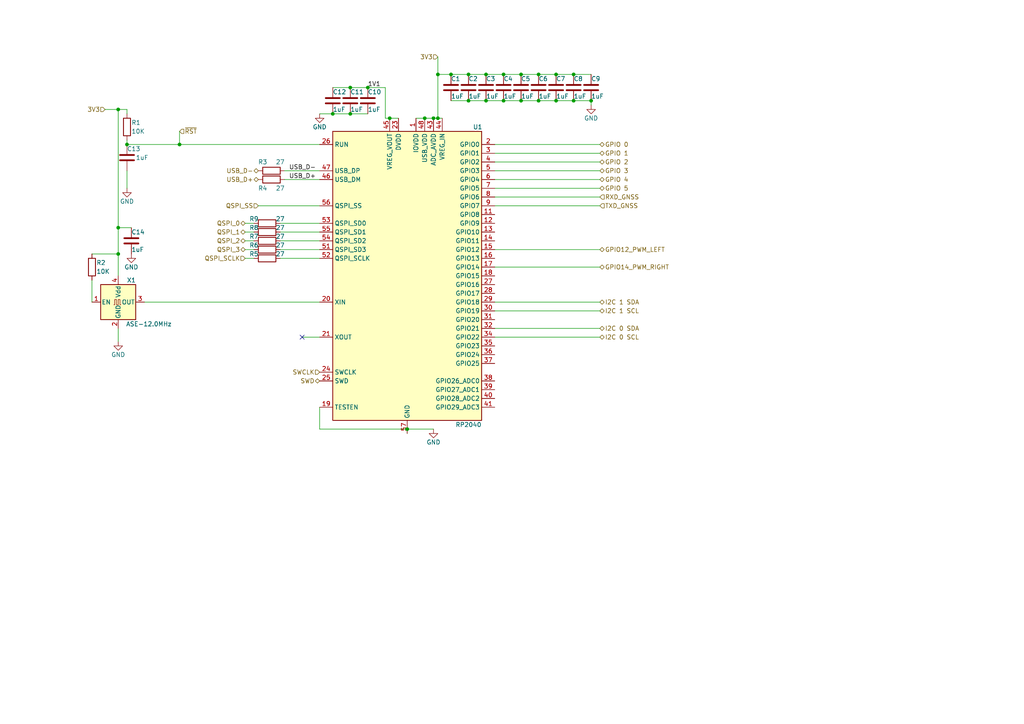
<source format=kicad_sch>
(kicad_sch (version 20230121) (generator eeschema)
  (paper "A4")
  (lib_symbols
    (symbol "Device:C" (pin_numbers hide) (pin_names (offset 0.254))
      (property "Reference" "C" (at 0.635 2.54 0))
      (property "Value" "C" (at 0.635 -2.54 0))
      (symbol "C_0_1"
        (polyline (pts (xy -2.032 -0.762) (xy 2.032 -0.762)) (stroke (width 0.508)))
        (polyline (pts (xy -2.032 0.762) (xy 2.032 0.762)) (stroke (width 0.508)))
      )
      (symbol "C_1_1"
        (pin passive line (at 0 3.81 270) (length 2.794) (name "~") (number "1"))
        (pin passive line (at 0 -3.81 90) (length 2.794) (name "~") (number "2"))
      )
    )
    (symbol "Device:R" (pin_numbers hide) (pin_names (offset 0))
      (property "Reference" "R" (at 2.032 0 90))
      (property "Value" "R" (at 0 0 90))
      (symbol "R_0_1"
        (rectangle (start -1.016 -2.54) (end 1.016 2.54) (stroke (width 0.254)))
      )
      (symbol "R_1_1"
        (pin passive line (at 0 3.81 270) (length 1.27) (name "~") (number "1"))
        (pin passive line (at 0 -3.81 90) (length 1.27) (name "~") (number "2"))
      )
    )
    (symbol "MCU_RaspberryPi:RP2040"
      (property "Reference" "U" (at 17.78 45.72 0))
      (property "Value" "RP2040" (at 17.78 43.18 0))
      (symbol "RP2040_0_1"
        (rectangle (start -21.59 41.91) (end 21.59 -41.91) (stroke (width 0.254)) (fill (type background)))
      )
      (symbol "RP2040_1_1"
        (pin power_in line (at 2.54 45.72 270) (length 3.81) (name "IOVDD") (number "1"))
        (pin passive line (at 2.54 45.72 270) (length 3.81) hide (name "IOVDD") (number "10"))
        (pin bidirectional line (at 25.4 17.78 180) (length 3.81) (name "GPIO8") (number "11"))
        (pin bidirectional line (at 25.4 15.24 180) (length 3.81) (name "GPIO9") (number "12"))
        (pin bidirectional line (at 25.4 12.7 180) (length 3.81) (name "GPIO10") (number "13"))
        (pin bidirectional line (at 25.4 10.16 180) (length 3.81) (name "GPIO11") (number "14"))
        (pin bidirectional line (at 25.4 7.62 180) (length 3.81) (name "GPIO12") (number "15"))
        (pin bidirectional line (at 25.4 5.08 180) (length 3.81) (name "GPIO13") (number "16"))
        (pin bidirectional line (at 25.4 2.54 180) (length 3.81) (name "GPIO14") (number "17"))
        (pin bidirectional line (at 25.4 0 180) (length 3.81) (name "GPIO15") (number "18"))
        (pin input line (at -25.4 -38.1 0) (length 3.81) (name "TESTEN") (number "19"))
        (pin bidirectional line (at 25.4 38.1 180) (length 3.81) (name "GPIO0") (number "2"))
        (pin input line (at -25.4 -7.62 0) (length 3.81) (name "XIN") (number "20"))
        (pin passive line (at -25.4 -17.78 0) (length 3.81) (name "XOUT") (number "21"))
        (pin passive line (at 2.54 45.72 270) (length 3.81) hide (name "IOVDD") (number "22"))
        (pin power_in line (at -2.54 45.72 270) (length 3.81) (name "DVDD") (number "23"))
        (pin input line (at -25.4 -27.94 0) (length 3.81) (name "SWCLK") (number "24"))
        (pin bidirectional line (at -25.4 -30.48 0) (length 3.81) (name "SWD") (number "25"))
        (pin input line (at -25.4 38.1 0) (length 3.81) (name "RUN") (number "26"))
        (pin bidirectional line (at 25.4 -2.54 180) (length 3.81) (name "GPIO16") (number "27"))
        (pin bidirectional line (at 25.4 -5.08 180) (length 3.81) (name "GPIO17") (number "28"))
        (pin bidirectional line (at 25.4 -7.62 180) (length 3.81) (name "GPIO18") (number "29"))
        (pin bidirectional line (at 25.4 35.56 180) (length 3.81) (name "GPIO1") (number "3"))
        (pin bidirectional line (at 25.4 -10.16 180) (length 3.81) (name "GPIO19") (number "30"))
        (pin bidirectional line (at 25.4 -12.7 180) (length 3.81) (name "GPIO20") (number "31"))
        (pin bidirectional line (at 25.4 -15.24 180) (length 3.81) (name "GPIO21") (number "32"))
        (pin passive line (at 2.54 45.72 270) (length 3.81) hide (name "IOVDD") (number "33"))
        (pin bidirectional line (at 25.4 -17.78 180) (length 3.81) (name "GPIO22") (number "34"))
        (pin bidirectional line (at 25.4 -20.32 180) (length 3.81) (name "GPIO23") (number "35"))
        (pin bidirectional line (at 25.4 -22.86 180) (length 3.81) (name "GPIO24") (number "36"))
        (pin bidirectional line (at 25.4 -25.4 180) (length 3.81) (name "GPIO25") (number "37"))
        (pin bidirectional line (at 25.4 -30.48 180) (length 3.81) (name "GPIO26_ADC0") (number "38"))
        (pin bidirectional line (at 25.4 -33.02 180) (length 3.81) (name "GPIO27_ADC1") (number "39"))
        (pin bidirectional line (at 25.4 33.02 180) (length 3.81) (name "GPIO2") (number "4"))
        (pin bidirectional line (at 25.4 -35.56 180) (length 3.81) (name "GPIO28_ADC2") (number "40"))
        (pin bidirectional line (at 25.4 -38.1 180) (length 3.81) (name "GPIO29_ADC3") (number "41"))
        (pin passive line (at 2.54 45.72 270) (length 3.81) hide (name "IOVDD") (number "42"))
        (pin power_in line (at 7.62 45.72 270) (length 3.81) (name "ADC_AVDD") (number "43"))
        (pin power_in line (at 10.16 45.72 270) (length 3.81) (name "VREG_IN") (number "44"))
        (pin power_out line (at -5.08 45.72 270) (length 3.81) (name "VREG_VOUT") (number "45"))
        (pin bidirectional line (at -25.4 27.94 0) (length 3.81) (name "USB_DM") (number "46"))
        (pin bidirectional line (at -25.4 30.48 0) (length 3.81) (name "USB_DP") (number "47"))
        (pin power_in line (at 5.08 45.72 270) (length 3.81) (name "USB_VDD") (number "48"))
        (pin passive line (at 2.54 45.72 270) (length 3.81) hide (name "IOVDD") (number "49"))
        (pin bidirectional line (at 25.4 30.48 180) (length 3.81) (name "GPIO3") (number "5"))
        (pin passive line (at -2.54 45.72 270) (length 3.81) hide (name "DVDD") (number "50"))
        (pin bidirectional line (at -25.4 7.62 0) (length 3.81) (name "QSPI_SD3") (number "51"))
        (pin output line (at -25.4 5.08 0) (length 3.81) (name "QSPI_SCLK") (number "52"))
        (pin bidirectional line (at -25.4 15.24 0) (length 3.81) (name "QSPI_SD0") (number "53"))
        (pin bidirectional line (at -25.4 10.16 0) (length 3.81) (name "QSPI_SD2") (number "54"))
        (pin bidirectional line (at -25.4 12.7 0) (length 3.81) (name "QSPI_SD1") (number "55"))
        (pin bidirectional line (at -25.4 20.32 0) (length 3.81) (name "QSPI_SS") (number "56"))
        (pin power_in line (at 0 -45.72 90) (length 3.81) (name "GND") (number "57"))
        (pin bidirectional line (at 25.4 27.94 180) (length 3.81) (name "GPIO4") (number "6"))
        (pin bidirectional line (at 25.4 25.4 180) (length 3.81) (name "GPIO5") (number "7"))
        (pin bidirectional line (at 25.4 22.86 180) (length 3.81) (name "GPIO6") (number "8"))
        (pin bidirectional line (at 25.4 20.32 180) (length 3.81) (name "GPIO7") (number "9"))
      )
    )
    (symbol "Oscillator:ASE-xxxMHz" (pin_names (offset 0.254))
      (property "Reference" "X" (at -5.08 6.35 0))
      (property "Value" "ASE-xxxMHz" (at 1.27 -6.35 0))
      (symbol "ASE-xxxMHz_0_1"
        (rectangle (start -5.08 5.08) (end 5.08 -5.08) (stroke (width 0.254)) (fill (type background)))
        (polyline (pts (xy -1.27 -0.762) (xy -1.016 -0.762) (xy -1.016 0.762) (xy -0.508 0.762) (xy -0.508 -0.762) (xy 0 -0.762) (xy 0 0.762) (xy 0.508 0.762) (xy 0.508 -0.762) (xy 0.762 -0.762)))
      )
      (symbol "ASE-xxxMHz_1_1"
        (pin input line (at -7.62 0 0) (length 2.54) (name "EN") (number "1"))
        (pin power_in line (at 0 -7.62 90) (length 2.54) (name "GND") (number "2"))
        (pin output line (at 7.62 0 180) (length 2.54) (name "OUT") (number "3"))
        (pin power_in line (at 0 7.62 270) (length 2.54) (name "Vdd") (number "4"))
      )
    )
    (symbol "power:GND" (power) (pin_names (offset 0))
      (property "Value" "GND" (at 0 -3.81 0))
      (symbol "GND_0_1"
        (polyline (pts (xy 0 0) (xy 0 -1.27) (xy 1.27 -1.27) (xy 0 -2.54) (xy -1.27 -1.27) (xy 0 -1.27)))
      )
      (symbol "GND_1_1"
        (pin power_in line (at 0 0 270) (length 0) hide (name "GND") (number "1"))
      )
    )
  )
  (junction (at 161.29 21.59))
  (junction (at 151.13 29.21))
  (junction (at 125.73 34.29))
  (junction (at 34.29 73.66))
  (junction (at 96.52 33.02))
  (junction (at 34.29 31.75))
  (junction (at 101.6 33.02))
  (junction (at 113.03 34.29))
  (junction (at 106.68 25.4))
  (junction (at 118.11 124.46))
  (junction (at 36.83 41.91))
  (junction (at 171.45 29.21))
  (junction (at 140.97 21.59))
  (junction (at 127 21.59))
  (junction (at 156.21 21.59))
  (junction (at 127 34.29))
  (junction (at 156.21 29.21))
  (junction (at 135.89 21.59))
  (junction (at 34.29 66.04))
  (junction (at 166.37 29.21))
  (junction (at 135.89 29.21))
  (junction (at 130.81 21.59))
  (junction (at 146.05 21.59))
  (junction (at 146.05 29.21))
  (junction (at 52.07 41.91))
  (junction (at 101.6 25.4))
  (junction (at 161.29 29.21))
  (junction (at 166.37 21.59))
  (junction (at 140.97 29.21))
  (junction (at 123.19 34.29))
  (junction (at 151.13 21.59))
  (no_connect (at 87.63 97.79))
  (wire (pts (xy 130.81 21.59) (xy 135.89 21.59)))
  (wire (pts (xy 36.83 31.75) (xy 36.83 33.02)))
  (wire (pts (xy 166.37 29.21) (xy 171.45 29.21)))
  (wire (pts (xy 161.29 21.59) (xy 166.37 21.59)))
  (wire (pts (xy 111.76 34.29) (xy 113.03 34.29)))
  (wire (pts (xy 71.12 74.93) (xy 73.66 74.93)))
  (wire (pts (xy 34.29 66.04) (xy 34.29 73.66)))
  (wire (pts (xy 82.55 52.07) (xy 92.71 52.07)))
  (wire (pts (xy 52.07 41.91) (xy 92.71 41.91)))
  (wire (pts (xy 143.51 72.39) (xy 173.99 72.39)))
  (wire (pts (xy 111.76 25.4) (xy 106.68 25.4)))
  (wire (pts (xy 30.48 31.75) (xy 34.29 31.75)))
  (wire (pts (xy 81.28 64.77) (xy 92.71 64.77)))
  (wire (pts (xy 34.29 31.75) (xy 36.83 31.75)))
  (wire (pts (xy 156.21 21.59) (xy 161.29 21.59)))
  (wire (pts (xy 81.28 67.31) (xy 92.71 67.31)))
  (wire (pts (xy 143.51 52.07) (xy 173.99 52.07)))
  (wire (pts (xy 156.21 29.21) (xy 161.29 29.21)))
  (wire (pts (xy 127 34.29) (xy 128.27 34.29)))
  (wire (pts (xy 135.89 29.21) (xy 140.97 29.21)))
  (wire (pts (xy 140.97 21.59) (xy 146.05 21.59)))
  (wire (pts (xy 34.29 66.04) (xy 38.1 66.04)))
  (wire (pts (xy 82.55 49.53) (xy 92.71 49.53)))
  (wire (pts (xy 118.11 124.46) (xy 118.11 125.73)))
  (wire (pts (xy 151.13 29.21) (xy 156.21 29.21)))
  (wire (pts (xy 71.12 67.31) (xy 73.66 67.31)))
  (wire (pts (xy 127 21.59) (xy 127 34.29)))
  (wire (pts (xy 143.51 97.79) (xy 173.99 97.79)))
  (wire (pts (xy 143.51 46.99) (xy 173.99 46.99)))
  (wire (pts (xy 143.51 77.47) (xy 173.99 77.47)))
  (wire (pts (xy 71.12 64.77) (xy 73.66 64.77)))
  (wire (pts (xy 140.97 29.21) (xy 146.05 29.21)))
  (wire (pts (xy 151.13 21.59) (xy 156.21 21.59)))
  (wire (pts (xy 135.89 21.59) (xy 140.97 21.59)))
  (wire (pts (xy 36.83 54.61) (xy 36.83 49.53)))
  (wire (pts (xy 130.81 29.21) (xy 135.89 29.21)))
  (wire (pts (xy 92.71 118.11) (xy 92.71 124.46)))
  (wire (pts (xy 127 21.59) (xy 130.81 21.59)))
  (wire (pts (xy 166.37 21.59) (xy 171.45 21.59)))
  (wire (pts (xy 146.05 21.59) (xy 151.13 21.59)))
  (wire (pts (xy 143.51 57.15) (xy 173.99 57.15)))
  (wire (pts (xy 125.73 124.46) (xy 118.11 124.46)))
  (wire (pts (xy 26.67 73.66) (xy 34.29 73.66)))
  (wire (pts (xy 81.28 72.39) (xy 92.71 72.39)))
  (wire (pts (xy 143.51 41.91) (xy 173.99 41.91)))
  (wire (pts (xy 41.91 87.63) (xy 92.71 87.63)))
  (wire (pts (xy 101.6 33.02) (xy 106.68 33.02)))
  (wire (pts (xy 36.83 40.64) (xy 36.83 41.91)))
  (wire (pts (xy 101.6 25.4) (xy 106.68 25.4)))
  (wire (pts (xy 71.12 69.85) (xy 73.66 69.85)))
  (wire (pts (xy 74.93 59.69) (xy 92.71 59.69)))
  (wire (pts (xy 96.52 33.02) (xy 101.6 33.02)))
  (wire (pts (xy 143.51 90.17) (xy 173.99 90.17)))
  (wire (pts (xy 120.65 34.29) (xy 123.19 34.29)))
  (wire (pts (xy 26.67 81.28) (xy 26.67 87.63)))
  (wire (pts (xy 71.12 72.39) (xy 73.66 72.39)))
  (wire (pts (xy 92.71 124.46) (xy 118.11 124.46)))
  (wire (pts (xy 127 16.51) (xy 127 21.59)))
  (wire (pts (xy 52.07 38.1) (xy 52.07 41.91)))
  (wire (pts (xy 143.51 49.53) (xy 173.99 49.53)))
  (wire (pts (xy 143.51 59.69) (xy 173.99 59.69)))
  (wire (pts (xy 171.45 30.48) (xy 171.45 29.21)))
  (wire (pts (xy 143.51 54.61) (xy 173.99 54.61)))
  (wire (pts (xy 143.51 44.45) (xy 173.99 44.45)))
  (wire (pts (xy 34.29 73.66) (xy 34.29 80.01)))
  (wire (pts (xy 143.51 87.63) (xy 173.99 87.63)))
  (wire (pts (xy 92.71 33.02) (xy 96.52 33.02)))
  (wire (pts (xy 34.29 31.75) (xy 34.29 66.04)))
  (wire (pts (xy 81.28 69.85) (xy 92.71 69.85)))
  (wire (pts (xy 146.05 29.21) (xy 151.13 29.21)))
  (wire (pts (xy 96.52 25.4) (xy 101.6 25.4)))
  (wire (pts (xy 111.76 25.4) (xy 111.76 34.29)))
  (wire (pts (xy 125.73 34.29) (xy 127 34.29)))
  (wire (pts (xy 34.29 95.25) (xy 34.29 99.06)))
  (wire (pts (xy 36.83 41.91) (xy 52.07 41.91)))
  (wire (pts (xy 113.03 34.29) (xy 115.57 34.29)))
  (wire (pts (xy 87.63 97.79) (xy 92.71 97.79)))
  (wire (pts (xy 81.28 74.93) (xy 92.71 74.93)))
  (wire (pts (xy 143.51 95.25) (xy 173.99 95.25)))
  (wire (pts (xy 123.19 34.29) (xy 125.73 34.29)))
  (wire (pts (xy 161.29 29.21) (xy 166.37 29.21)))
  (label "USB_D+" (at 83.82 52.07 0))
  (label "USB_D-" (at 83.82 49.53 0))
  (label "1V1" (at 106.68 25.4 0))
  (hierarchical_label "TXD_GNSS" (shape input) (at 173.99 59.69 0))
  (hierarchical_label "I2C 1 SDA" (shape bidirectional) (at 173.99 87.63 0))
  (hierarchical_label "GPIO14_PWM_RIGHT" (shape bidirectional) (at 173.99 77.47 0))
  (hierarchical_label "GPIO 5" (shape bidirectional) (at 173.99 54.61 0))
  (hierarchical_label "3V3" (shape input) (at 127 16.51 180))
  (hierarchical_label "GPIO12_PWM_LEFT" (shape bidirectional) (at 173.99 72.39 0))
  (hierarchical_label "GPIO 4" (shape bidirectional) (at 173.99 52.07 0))
  (hierarchical_label "USB_D-" (shape bidirectional) (at 74.93 49.53 180))
  (hierarchical_label "GPIO 2" (shape bidirectional) (at 173.99 46.99 0))
  (hierarchical_label "GPIO 0" (shape bidirectional) (at 173.99 41.91 0))
  (hierarchical_label "QSPI_2" (shape bidirectional) (at 71.12 69.85 180))
  (hierarchical_label "3V3" (shape input) (at 30.48 31.75 180))
  (hierarchical_label "USB_D+" (shape bidirectional) (at 74.93 52.07 180))
  (hierarchical_label "~{RST}" (shape input) (at 52.07 38.1 0))
  (hierarchical_label "I2C 0 SDA" (shape bidirectional) (at 173.99 95.25 0))
  (hierarchical_label "QSPI_SS" (shape input) (at 74.93 59.69 180))
  (hierarchical_label "QSPI_SCLK" (shape input) (at 71.12 74.93 180))
  (hierarchical_label "SWCLK" (shape input) (at 92.71 107.95 180))
  (hierarchical_label "I2C 0 SCL" (shape bidirectional) (at 173.99 97.79 0))
  (hierarchical_label "GPIO 3" (shape bidirectional) (at 173.99 49.53 0))
  (hierarchical_label "RXD_GNSS" (shape input) (at 173.99 57.15 0))
  (hierarchical_label "I2C 1 SCL" (shape bidirectional) (at 173.99 90.17 0))
  (hierarchical_label "GPIO 1" (shape bidirectional) (at 173.99 44.45 0))
  (hierarchical_label "QSPI_1" (shape bidirectional) (at 71.12 67.31 180))
  (hierarchical_label "QSPI_0" (shape bidirectional) (at 71.12 64.77 180))
  (hierarchical_label "SWD" (shape bidirectional) (at 92.71 110.49 180))
  (hierarchical_label "QSPI_3" (shape bidirectional) (at 71.12 72.39 180))
  (symbol (lib_id "Device:R") (at 77.47 74.93 90) (unit 1)
    (property "Reference" "R5" (at 73.66 73.66 90))
    (property "Value" "27" (at 81.28 73.66 90))
    (property "Footprint" "Resistor_SMD:R_0201_0603Metric" (effects hide))
    (instances (project "pulp" (path "" (reference "R5") (unit 1)) (path "" (reference "R16") (unit 1))))
  )
  (symbol (lib_id "Device:C") (at 106.68 29.21 0) (unit 1)
    (property "Reference" "C10" (at 106.68 26.67 0) (effects (justify left)))
    (property "Value" "1uF" (at 106.68 31.75 0) (effects (justify left)))
    (property "Footprint" "Capacitor_SMD:C_0201_0603Metric" (effects hide))
    (instances (project "pulp" (path "" (reference "C10") (unit 1)) (path "" (reference "C19") (unit 1))))
  )
  (symbol (lib_id "Device:R") (at 26.67 77.47 0) (unit 1)
    (property "Reference" "R2" (at 27.94 76.2 0) (effects (justify left)))
    (property "Value" "10K" (at 27.94 78.74 0) (effects (justify left)))
    (property "Footprint" "Resistor_SMD:R_0201_0603Metric" (effects hide))
    (instances (project "pulp" (path "" (reference "R2") (unit 1)) (path "" (reference "R10") (unit 1))))
  )
  (symbol (lib_id "Device:R") (at 77.47 64.77 90) (unit 1)
    (property "Reference" "R9" (at 73.66 63.5 90))
    (property "Value" "27" (at 81.28 63.5 90))
    (property "Footprint" "Resistor_SMD:R_0201_0603Metric" (effects hide))
    (instances (project "pulp" (path "" (reference "R9") (unit 1)) (path "" (reference "R12") (unit 1))))
  )
  (symbol (lib_id "power:GND") (at 171.45 30.48 0) (unit 1)
    (property "Reference" "#PWR02" (effects hide))
    (property "Value" "GND" (at 171.45 34.29 0))
    (instances (project "pulp" (path "" (reference "#PWR02") (unit 1)) (path "" (reference "#PWR012") (unit 1))))
  )
  (symbol (lib_id "Device:C") (at 135.89 25.4 0) (unit 1)
    (property "Reference" "C2" (at 135.89 22.86 0) (effects (justify left)))
    (property "Value" "1uF" (at 135.89 27.94 0) (effects (justify left)))
    (property "Footprint" "Capacitor_SMD:C_0201_0603Metric" (effects hide))
    (instances (project "pulp" (path "" (reference "C2") (unit 1)) (path "" (reference "C21") (unit 1))))
  )
  (symbol (lib_id "Device:C") (at 156.21 25.4 0) (unit 1)
    (property "Reference" "C6" (at 156.21 22.86 0) (effects (justify left)))
    (property "Value" "1uF" (at 156.21 27.94 0) (effects (justify left)))
    (property "Footprint" "Capacitor_SMD:C_0201_0603Metric" (effects hide))
    (instances (project "pulp" (path "" (reference "C6") (unit 1)) (path "" (reference "C25") (unit 1))))
  )
  (symbol (lib_id "Device:R") (at 77.47 72.39 90) (unit 1)
    (property "Reference" "R6" (at 73.66 71.12 90))
    (property "Value" "27" (at 81.28 71.12 90))
    (property "Footprint" "Resistor_SMD:R_0201_0603Metric" (effects hide))
    (instances (project "pulp" (path "" (reference "R6") (unit 1)) (path "" (reference "R15") (unit 1))))
  )
  (symbol (lib_id "power:GND") (at 38.1 73.66 0) (unit 1)
    (property "Reference" "#PWR06" (effects hide))
    (property "Value" "GND" (at 38.1 77.47 0))
    (instances (project "pulp" (path "" (reference "#PWR06") (unit 1)) (path "" (reference "#PWR09") (unit 1))))
  )
  (symbol (lib_id "Device:C") (at 146.05 25.4 0) (unit 1)
    (property "Reference" "C4" (at 146.05 22.86 0) (effects (justify left)))
    (property "Value" "1uF" (at 146.05 27.94 0) (effects (justify left)))
    (property "Footprint" "Capacitor_SMD:C_0201_0603Metric" (effects hide))
    (instances (project "pulp" (path "" (reference "C4") (unit 1)) (path "" (reference "C23") (unit 1))))
  )
  (symbol (lib_id "Device:C") (at 151.13 25.4 0) (unit 1)
    (property "Reference" "C5" (at 151.13 22.86 0) (effects (justify left)))
    (property "Value" "1uF" (at 151.13 27.94 0) (effects (justify left)))
    (property "Footprint" "Capacitor_SMD:C_0201_0603Metric" (effects hide))
    (instances (project "pulp" (path "" (reference "C5") (unit 1)) (path "" (reference "C24") (unit 1))))
  )
  (symbol (lib_id "power:GND") (at 36.83 54.61 0) (unit 1)
    (property "Reference" "#PWR04" (effects hide))
    (property "Value" "GND" (at 36.83 58.42 0))
    (instances (project "pulp" (path "" (reference "#PWR04") (unit 1)) (path "" (reference "#PWR08") (unit 1))))
  )
  (symbol (lib_id "Device:C") (at 161.29 25.4 0) (unit 1)
    (property "Reference" "C7" (at 161.29 22.86 0) (effects (justify left)))
    (property "Value" "1uF" (at 161.29 27.94 0) (effects (justify left)))
    (property "Footprint" "Capacitor_SMD:C_0201_0603Metric" (effects hide))
    (instances (project "pulp" (path "" (reference "C7") (unit 1)) (path "" (reference "C26") (unit 1))))
  )
  (symbol (lib_id "power:GND") (at 125.73 124.46 0) (unit 1)
    (property "Reference" "#PWR01" (effects hide))
    (property "Value" "GND" (at 125.73 128.27 0))
    (instances (project "pulp" (path "" (reference "#PWR01") (unit 1)) (path "" (reference "#PWR011") (unit 1))))
  )
  (symbol (lib_id "Device:C") (at 38.1 69.85 0) (unit 1)
    (property "Reference" "C14" (at 38.1 67.31 0) (effects (justify left)))
    (property "Value" "1uF" (at 38.1 72.39 0) (effects (justify left)))
    (property "Footprint" "Capacitor_SMD:C_0201_0603Metric" (effects hide))
    (instances (project "pulp" (path "" (reference "C14") (unit 1)) (path "" (reference "C16") (unit 1))))
  )
  (symbol (lib_id "Device:R") (at 77.47 69.85 90) (unit 1)
    (property "Reference" "R7" (at 73.66 68.58 90))
    (property "Value" "27" (at 81.28 68.58 90))
    (property "Footprint" "Resistor_SMD:R_0201_0603Metric" (effects hide))
    (instances (project "pulp" (path "" (reference "R7") (unit 1)) (path "" (reference "R14") (unit 1))))
  )
  (symbol (lib_id "power:GND") (at 92.71 33.02 0) (unit 1)
    (property "Reference" "#PWR03" (effects hide))
    (property "Value" "GND" (at 92.71 36.83 0))
    (instances (project "pulp" (path "" (reference "#PWR03") (unit 1)) (path "" (reference "#PWR010") (unit 1))))
  )
  (symbol (lib_id "Oscillator:ASE-xxxMHz") (at 34.29 87.63 0) (unit 1)
    (property "Reference" "X1" (at 38.1 81.28 0))
    (property "Value" "ASE-12.0MHz" (at 43.18 93.98 0))
    (property "Footprint" "Oscillator:Oscillator_SMD_Abracon_ASE-4Pin_3.2x2.5mm" (effects hide))
    (property "Datasheet" "http://www.abracon.com/Oscillators/ASV.pdf" (effects hide))
    (instances (project "pulp" (path "" (reference "X1") (unit 1)) (path "" (reference "X2") (unit 1))))
  )
  (symbol (lib_id "Device:C") (at 171.45 25.4 0) (unit 1)
    (property "Reference" "C9" (at 171.45 22.86 0) (effects (justify left)))
    (property "Value" "1uF" (at 171.45 27.94 0) (effects (justify left)))
    (property "Footprint" "Capacitor_SMD:C_0201_0603Metric" (effects hide))
    (instances (project "pulp" (path "" (reference "C9") (unit 1)) (path "" (reference "C28") (unit 1))))
  )
  (symbol (lib_id "Device:C") (at 130.81 25.4 0) (unit 1)
    (property "Reference" "C1" (at 130.81 22.86 0) (effects (justify left)))
    (property "Value" "1uF" (at 130.81 27.94 0) (effects (justify left)))
    (property "Footprint" "Capacitor_SMD:C_0201_0603Metric" (effects hide))
    (instances (project "pulp" (path "" (reference "C1") (unit 1)) (path "" (reference "C20") (unit 1))))
  )
  (symbol (lib_id "Device:R") (at 78.74 49.53 90) (unit 1)
    (property "Reference" "R3" (at 76.2 46.99 90))
    (property "Value" "27" (at 81.28 46.99 90))
    (property "Footprint" "Resistor_SMD:R_0201_0603Metric" (effects hide))
    (instances (project "pulp" (path "" (reference "R3") (unit 1)) (path "" (reference "R17") (unit 1))))
  )
  (symbol (lib_id "Device:R") (at 78.74 52.07 270) (unit 1)
    (property "Reference" "R4" (at 76.2 54.61 90))
    (property "Value" "27" (at 81.28 54.61 90))
    (property "Footprint" "Resistor_SMD:R_0201_0603Metric" (effects hide))
    (instances (project "pulp" (path "" (reference "R4") (unit 1)) (path "" (reference "R18") (unit 1))))
  )
  (symbol (lib_id "Device:R") (at 77.47 67.31 90) (unit 1)
    (property "Reference" "R8" (at 73.66 66.04 90))
    (property "Value" "27" (at 81.28 66.04 90))
    (property "Footprint" "Resistor_SMD:R_0201_0603Metric" (effects hide))
    (instances (project "pulp" (path "" (reference "R8") (unit 1)) (path "" (reference "R13") (unit 1))))
  )
  (symbol (lib_id "Device:C") (at 166.37 25.4 0) (unit 1)
    (property "Reference" "C8" (at 166.37 22.86 0) (effects (justify left)))
    (property "Value" "1uF" (at 166.37 27.94 0) (effects (justify left)))
    (property "Footprint" "Capacitor_SMD:C_0201_0603Metric" (effects hide))
    (instances (project "pulp" (path "" (reference "C8") (unit 1)) (path "" (reference "C27") (unit 1))))
  )
  (symbol (lib_id "MCU_RaspberryPi:RP2040") (at 118.11 80.01 0) (unit 1)
    (property "Reference" "U1" (at 137.16 36.83 0) (effects (justify left)))
    (property "Value" "RP2040" (at 132.08 123.19 0) (effects (justify left)))
    (property "Footprint" "Package_DFN_QFN:QFN-56-1EP_7x7mm_P0.4mm_EP3.2x3.2mm" (effects hide))
    (property "Datasheet" "https://datasheets.raspberrypi.com/rp2040/rp2040-datasheet.pdf" (effects hide))
    (instances (project "pulp" (path "" (reference "U1") (unit 1)) (path "" (reference "U2") (unit 1))))
  )
  (symbol (lib_id "Device:C") (at 36.83 45.72 0) (unit 1)
    (property "Reference" "C13" (at 36.83 43.18 0) (effects (justify left)))
    (property "Value" "1uF" (at 39.37 45.72 0) (effects (justify left)))
    (property "Footprint" "Capacitor_SMD:C_0201_0603Metric" (effects hide))
    (instances (project "pulp" (path "" (reference "C13") (unit 1)) (path "" (reference "C15") (unit 1))))
  )
  (symbol (lib_id "Device:R") (at 36.83 36.83 0) (unit 1)
    (property "Reference" "R1" (at 38.1 35.56 0) (effects (justify left)))
    (property "Value" "10K" (at 38.1 38.1 0) (effects (justify left)))
    (property "Footprint" "Resistor_SMD:R_0201_0603Metric" (effects hide))
    (instances (project "pulp" (path "" (reference "R1") (unit 1)) (path "" (reference "R11") (unit 1))))
  )
  (symbol (lib_id "Device:C") (at 96.52 29.21 0) (unit 1)
    (property "Reference" "C12" (at 96.52 26.67 0) (effects (justify left)))
    (property "Value" "1uF" (at 96.52 31.75 0) (effects (justify left)))
    (property "Footprint" "Capacitor_SMD:C_0201_0603Metric" (effects hide))
    (instances (project "pulp" (path "" (reference "C12") (unit 1)) (path "" (reference "C17") (unit 1))))
  )
  (symbol (lib_id "power:GND") (at 34.29 99.06 0) (unit 1)
    (property "Reference" "#PWR05" (effects hide))
    (property "Value" "GND" (at 34.29 102.87 0))
    (instances (project "pulp" (path "" (reference "#PWR05") (unit 1)) (path "" (reference "#PWR07") (unit 1))))
  )
  (symbol (lib_id "Device:C") (at 101.6 29.21 0) (unit 1)
    (property "Reference" "C11" (at 101.6 26.67 0) (effects (justify left)))
    (property "Value" "1uF" (at 101.6 31.75 0) (effects (justify left)))
    (property "Footprint" "Capacitor_SMD:C_0201_0603Metric" (effects hide))
    (instances (project "pulp" (path "" (reference "C11") (unit 1)) (path "" (reference "C18") (unit 1))))
  )
  (symbol (lib_id "Device:C") (at 140.97 25.4 0) (unit 1)
    (property "Reference" "C3" (at 140.97 22.86 0) (effects (justify left)))
    (property "Value" "1uF" (at 140.97 27.94 0) (effects (justify left)))
    (property "Footprint" "Capacitor_SMD:C_0201_0603Metric" (effects hide))
    (instances (project "pulp" (path "" (reference "C3") (unit 1)) (path "" (reference "C22") (unit 1))))
  )
)
</source>
